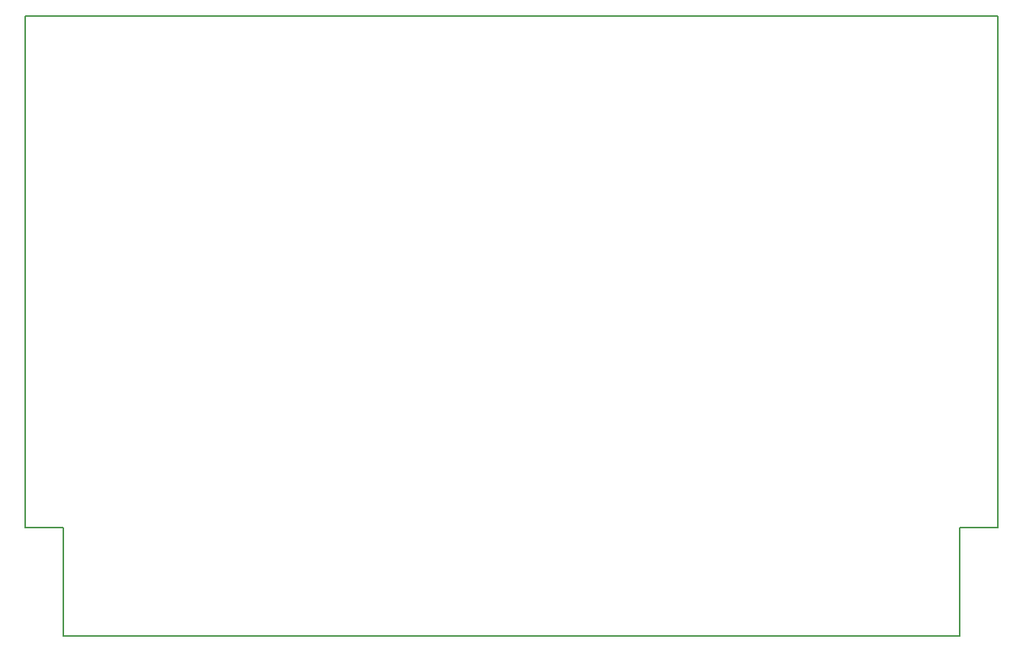
<source format=gm1>
G04 #@! TF.GenerationSoftware,KiCad,Pcbnew,5.1.9+dfsg1-1~bpo10+1*
G04 #@! TF.CreationDate,2021-11-09T02:57:50+00:00*
G04 #@! TF.ProjectId,dropbot-front-panel,64726f70-626f-4742-9d66-726f6e742d70,3.3*
G04 #@! TF.SameCoordinates,Original*
G04 #@! TF.FileFunction,Profile,NP*
%FSLAX46Y46*%
G04 Gerber Fmt 4.6, Leading zero omitted, Abs format (unit mm)*
G04 Created by KiCad (PCBNEW 5.1.9+dfsg1-1~bpo10+1) date 2021-11-09 02:57:50*
%MOMM*%
%LPD*%
G01*
G04 APERTURE LIST*
G04 #@! TA.AperFunction,Profile*
%ADD10C,0.150000*%
G04 #@! TD*
G04 APERTURE END LIST*
D10*
X154000000Y-88000000D02*
X154000000Y-31250000D01*
X149750000Y-100000000D02*
X50250000Y-100000000D01*
X149750000Y-88000000D02*
X149750000Y-100000000D01*
X46000000Y-88000000D02*
X46000000Y-31250000D01*
X50250000Y-88000000D02*
X50250000Y-100000000D01*
X46000000Y-88000000D02*
X50250000Y-88000000D01*
X149750000Y-88000000D02*
X154000000Y-88000000D01*
X154000000Y-31250000D02*
X46000000Y-31250000D01*
M02*

</source>
